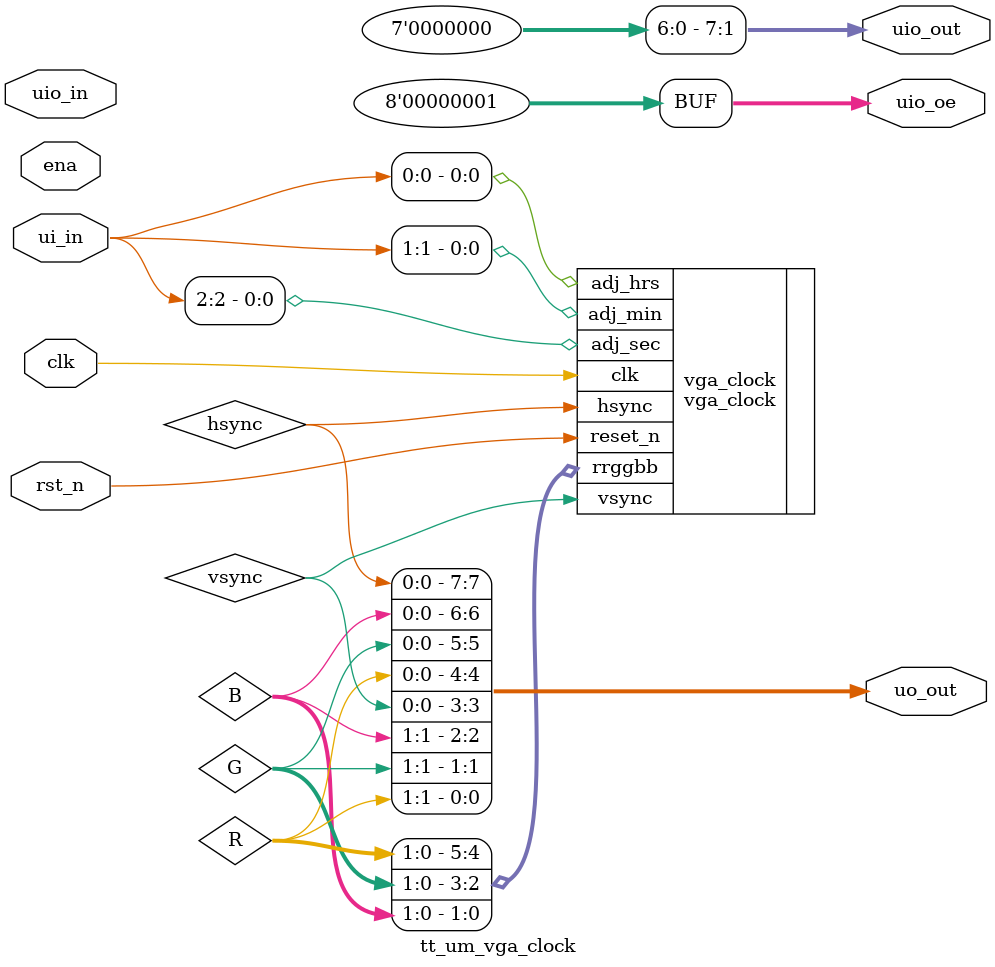
<source format=v>
`default_nettype none
module tt_um_vga_clock (
    input  wire [7:0] ui_in,    // Dedicated inputs
    output wire [7:0] uo_out,   // Dedicated outputs
    input  wire [7:0] uio_in,   // IOs: Input path
    output wire [7:0] uio_out,  // IOs: Output path
    output wire [7:0] uio_oe,   // IOs: Enable path (active high: 0=input, 1=output)
    input  wire       ena,      // always 1 when the design is powered, so you can ignore it
    input  wire       clk,      // clock
    input  wire       rst_n     // reset_n - low to reset
);

    assign uio_out[7:1] = 7'b0;
    assign uio_oe  = 8'b000_0001;

    wire [1:0] R;
    wire [1:0] G;
    wire [1:0] B;
    wire hsync, vsync;

    // https://tinytapeout.com/specs/pinouts/#common-peripherals
    assign uo_out[0] = R[1];
    assign uo_out[1] = G[1];
    assign uo_out[2] = B[1];
    assign uo_out[3] = vsync;
    assign uo_out[4] = R[0];
    assign uo_out[5] = G[0];
    assign uo_out[6] = B[0];
    assign uo_out[7] = hsync;

    vga_clock vga_clock (
    .clk        (clk), 
    .reset_n    (rst_n),
    // inputs
    .adj_hrs    (ui_in[0]),
    .adj_min    (ui_in[1]),
    .adj_sec    (ui_in[2]),
    // outputs
    .hsync      (hsync),
    .vsync      (vsync),
    .rrggbb     ({R,G,B})
    );

endmodule

</source>
